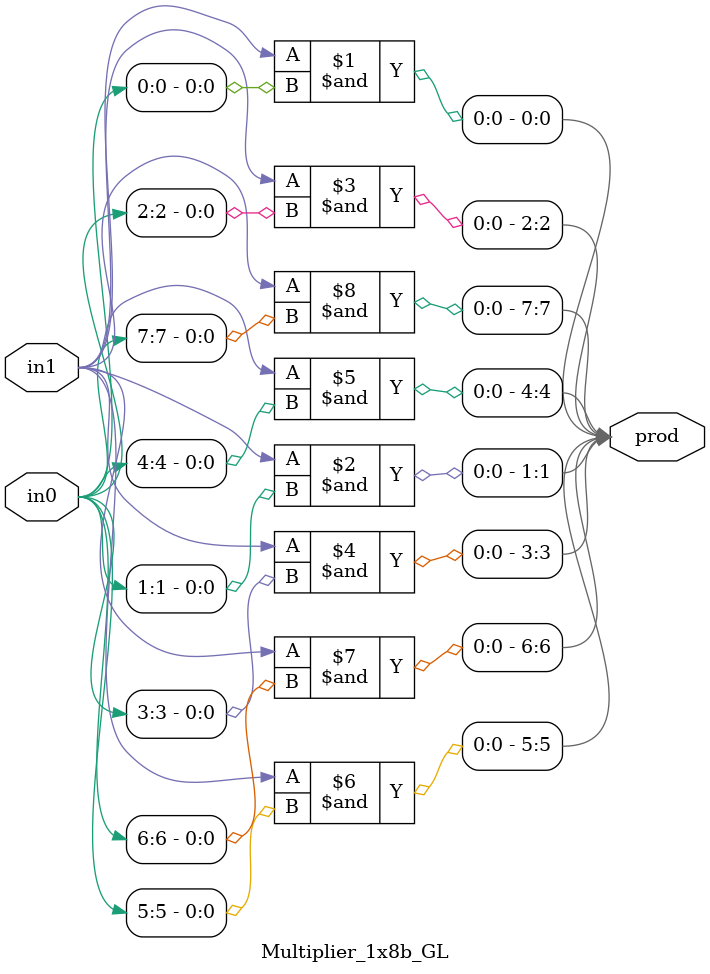
<source format=v>

`ifndef MULTIPLIER_1x8b_GL
`define MULTIPLIER_1x8b_GL

module Multiplier_1x8b_GL
(
  (* keep=1 *) input  wire [7:0] in0,
  (* keep=1 *) input  wire       in1,
  (* keep=1 *) output wire [7:0] prod
);

  // Assign each bit of prob with in1 and each bit of in0
  assign prod[0] = in1 & in0[0];
  assign prod[1] = in1 & in0[1];
  assign prod[2] = in1 & in0[2];
  assign prod[3] = in1 & in0[3];
  assign prod[4] = in1 & in0[4];
  assign prod[5] = in1 & in0[5];
  assign prod[6] = in1 & in0[6];
  assign prod[7] = in1 & in0[7];

endmodule

`endif /* MULTIPLIER_1x8b_GL */


</source>
